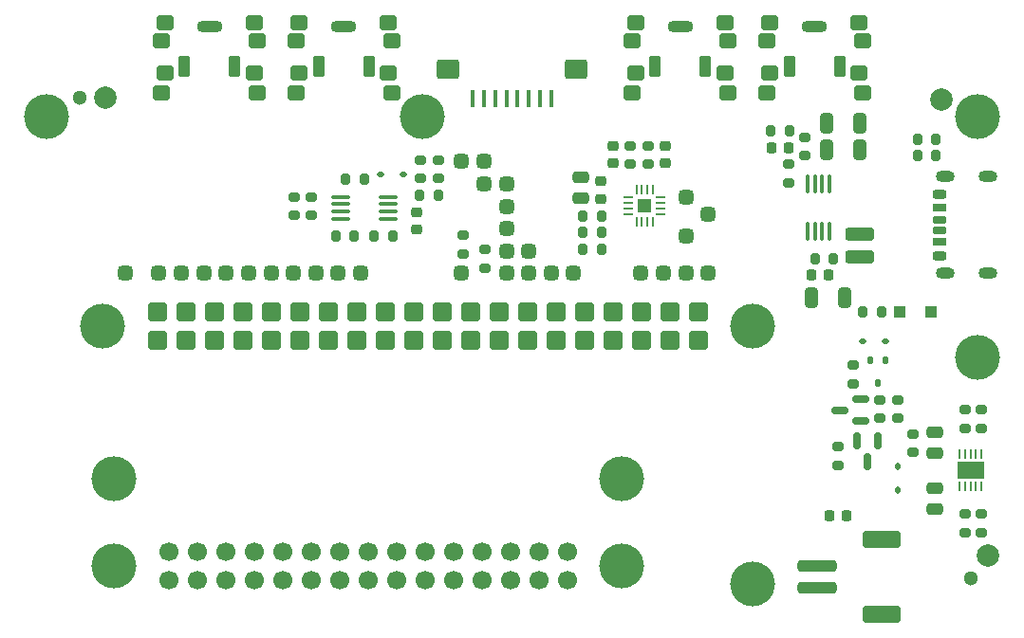
<source format=gbs>
G04 #@! TF.GenerationSoftware,KiCad,Pcbnew,9.0.1-rc2*
G04 #@! TF.CreationDate,2025-04-25T20:52:25-07:00*
G04 #@! TF.ProjectId,mintypcb,6d696e74-7970-4636-922e-6b696361645f,2*
G04 #@! TF.SameCoordinates,Original*
G04 #@! TF.FileFunction,Soldermask,Bot*
G04 #@! TF.FilePolarity,Negative*
%FSLAX46Y46*%
G04 Gerber Fmt 4.6, Leading zero omitted, Abs format (unit mm)*
G04 Created by KiCad (PCBNEW 9.0.1-rc2) date 2025-04-25 20:52:25*
%MOMM*%
%LPD*%
G01*
G04 APERTURE LIST*
G04 Aperture macros list*
%AMRoundRect*
0 Rectangle with rounded corners*
0 $1 Rounding radius*
0 $2 $3 $4 $5 $6 $7 $8 $9 X,Y pos of 4 corners*
0 Add a 4 corners polygon primitive as box body*
4,1,4,$2,$3,$4,$5,$6,$7,$8,$9,$2,$3,0*
0 Add four circle primitives for the rounded corners*
1,1,$1+$1,$2,$3*
1,1,$1+$1,$4,$5*
1,1,$1+$1,$6,$7*
1,1,$1+$1,$8,$9*
0 Add four rect primitives between the rounded corners*
20,1,$1+$1,$2,$3,$4,$5,0*
20,1,$1+$1,$4,$5,$6,$7,0*
20,1,$1+$1,$6,$7,$8,$9,0*
20,1,$1+$1,$8,$9,$2,$3,0*%
G04 Aperture macros list end*
%ADD10RoundRect,0.200000X0.550000X0.450000X-0.550000X0.450000X-0.550000X-0.450000X0.550000X-0.450000X0*%
%ADD11O,2.300000X1.100000*%
%ADD12RoundRect,0.260000X-0.515000X-0.390000X0.515000X-0.390000X0.515000X0.390000X-0.515000X0.390000X0*%
%ADD13RoundRect,0.200000X0.300000X0.750000X-0.300000X0.750000X-0.300000X-0.750000X0.300000X-0.750000X0*%
%ADD14C,4.000000*%
%ADD15C,0.100000*%
%ADD16RoundRect,0.282493X-0.569507X-0.569507X0.569507X-0.569507X0.569507X0.569507X-0.569507X0.569507X0*%
%ADD17C,1.700000*%
%ADD18RoundRect,0.200000X0.200000X0.275000X-0.200000X0.275000X-0.200000X-0.275000X0.200000X-0.275000X0*%
%ADD19RoundRect,0.325000X-0.325000X0.325000X-0.325000X-0.325000X0.325000X-0.325000X0.325000X0.325000X0*%
%ADD20RoundRect,0.325000X0.325000X0.325000X-0.325000X0.325000X-0.325000X-0.325000X0.325000X-0.325000X0*%
%ADD21RoundRect,0.112500X-0.187500X-0.112500X0.187500X-0.112500X0.187500X0.112500X-0.187500X0.112500X0*%
%ADD22RoundRect,0.225000X0.225000X0.250000X-0.225000X0.250000X-0.225000X-0.250000X0.225000X-0.250000X0*%
%ADD23RoundRect,0.100000X0.712500X0.100000X-0.712500X0.100000X-0.712500X-0.100000X0.712500X-0.100000X0*%
%ADD24RoundRect,0.200000X-0.200000X-0.275000X0.200000X-0.275000X0.200000X0.275000X-0.200000X0.275000X0*%
%ADD25RoundRect,0.200000X0.275000X-0.200000X0.275000X0.200000X-0.275000X0.200000X-0.275000X-0.200000X0*%
%ADD26RoundRect,0.250000X0.475000X-0.250000X0.475000X0.250000X-0.475000X0.250000X-0.475000X-0.250000X0*%
%ADD27RoundRect,0.200000X-0.275000X0.200000X-0.275000X-0.200000X0.275000X-0.200000X0.275000X0.200000X0*%
%ADD28RoundRect,0.250000X-0.475000X0.250000X-0.475000X-0.250000X0.475000X-0.250000X0.475000X0.250000X0*%
%ADD29RoundRect,0.225000X-0.250000X0.225000X-0.250000X-0.225000X0.250000X-0.225000X0.250000X0.225000X0*%
%ADD30RoundRect,0.250000X-1.500000X0.250000X-1.500000X-0.250000X1.500000X-0.250000X1.500000X0.250000X0*%
%ADD31RoundRect,0.250001X-1.449999X0.499999X-1.449999X-0.499999X1.449999X-0.499999X1.449999X0.499999X0*%
%ADD32RoundRect,0.250000X0.325000X0.650000X-0.325000X0.650000X-0.325000X-0.650000X0.325000X-0.650000X0*%
%ADD33RoundRect,0.235000X1.040000X-0.352500X1.040000X0.352500X-1.040000X0.352500X-1.040000X-0.352500X0*%
%ADD34C,2.000000*%
%ADD35RoundRect,0.250000X-0.325000X-0.650000X0.325000X-0.650000X0.325000X0.650000X-0.325000X0.650000X0*%
%ADD36RoundRect,0.112500X-0.112500X-0.237500X0.112500X-0.237500X0.112500X0.237500X-0.112500X0.237500X0*%
%ADD37RoundRect,0.100000X0.100000X-0.712500X0.100000X0.712500X-0.100000X0.712500X-0.100000X-0.712500X0*%
%ADD38RoundRect,0.112500X-0.112500X0.187500X-0.112500X-0.187500X0.112500X-0.187500X0.112500X0.187500X0*%
%ADD39RoundRect,0.218750X0.218750X0.256250X-0.218750X0.256250X-0.218750X-0.256250X0.218750X-0.256250X0*%
%ADD40RoundRect,0.062500X-0.062500X0.350000X-0.062500X-0.350000X0.062500X-0.350000X0.062500X0.350000X0*%
%ADD41R,2.350000X1.580000*%
%ADD42RoundRect,0.150000X-0.150000X0.587500X-0.150000X-0.587500X0.150000X-0.587500X0.150000X0.587500X0*%
%ADD43RoundRect,0.100000X-0.100000X-0.650000X0.100000X-0.650000X0.100000X0.650000X-0.100000X0.650000X0*%
%ADD44RoundRect,0.200000X-0.800000X-0.650000X0.800000X-0.650000X0.800000X0.650000X-0.800000X0.650000X0*%
%ADD45C,1.300000*%
%ADD46RoundRect,0.150000X0.587500X0.150000X-0.587500X0.150000X-0.587500X-0.150000X0.587500X-0.150000X0*%
%ADD47RoundRect,0.062500X0.062500X-0.350000X0.062500X0.350000X-0.062500X0.350000X-0.062500X-0.350000X0*%
%ADD48RoundRect,0.062500X0.350000X-0.062500X0.350000X0.062500X-0.350000X0.062500X-0.350000X-0.062500X0*%
%ADD49R,1.230000X1.230000*%
%ADD50RoundRect,0.225000X0.250000X-0.225000X0.250000X0.225000X-0.250000X0.225000X-0.250000X-0.225000X0*%
%ADD51RoundRect,0.250000X-0.300000X-0.300000X0.300000X-0.300000X0.300000X0.300000X-0.300000X0.300000X0*%
%ADD52RoundRect,0.175000X-0.425000X0.175000X-0.425000X-0.175000X0.425000X-0.175000X0.425000X0.175000X0*%
%ADD53RoundRect,0.190000X0.410000X-0.190000X0.410000X0.190000X-0.410000X0.190000X-0.410000X-0.190000X0*%
%ADD54RoundRect,0.200000X0.400000X-0.200000X0.400000X0.200000X-0.400000X0.200000X-0.400000X-0.200000X0*%
%ADD55RoundRect,0.175000X0.425000X-0.175000X0.425000X0.175000X-0.425000X0.175000X-0.425000X-0.175000X0*%
%ADD56RoundRect,0.190000X-0.410000X0.190000X-0.410000X-0.190000X0.410000X-0.190000X0.410000X0.190000X0*%
%ADD57RoundRect,0.200000X-0.400000X0.200000X-0.400000X-0.200000X0.400000X-0.200000X0.400000X0.200000X0*%
%ADD58O,1.700000X1.000000*%
G04 APERTURE END LIST*
D10*
X112800000Y-53250000D03*
X112800000Y-57850000D03*
D11*
X108500000Y-51950000D03*
D10*
X104200000Y-53250000D03*
X104200000Y-57850000D03*
D12*
X112475000Y-51600000D03*
D13*
X106250000Y-55500000D03*
D12*
X104525000Y-51600000D03*
X112475000Y-56100000D03*
D13*
X110750000Y-55500000D03*
D12*
X104525000Y-56100000D03*
D10*
X70800000Y-53250000D03*
X70800000Y-57850000D03*
D11*
X66500000Y-51950000D03*
D10*
X62200000Y-53250000D03*
X62200000Y-57850000D03*
D12*
X70475000Y-51600000D03*
D13*
X64250000Y-55500000D03*
D12*
X62525000Y-51600000D03*
X70475000Y-56100000D03*
D13*
X68750000Y-55500000D03*
D12*
X62525000Y-56100000D03*
D10*
X82800000Y-53250000D03*
X82800000Y-57850000D03*
D11*
X78500000Y-51950000D03*
D10*
X74200000Y-53250000D03*
X74200000Y-57850000D03*
D12*
X82475000Y-51600000D03*
D13*
X76250000Y-55500000D03*
D12*
X74525000Y-51600000D03*
X82475000Y-56100000D03*
D13*
X80750000Y-55500000D03*
D12*
X74525000Y-56100000D03*
D10*
X124800000Y-53250000D03*
X124800000Y-57850000D03*
D11*
X120500000Y-51950000D03*
D10*
X116200000Y-53250000D03*
X116200000Y-57850000D03*
D12*
X124475000Y-51600000D03*
D13*
X118250000Y-55500000D03*
D12*
X116525000Y-51600000D03*
X124475000Y-56100000D03*
D13*
X122750000Y-55500000D03*
D12*
X116525000Y-56100000D03*
D14*
X57990000Y-92330000D03*
X103240000Y-92330000D03*
X52000000Y-60000000D03*
D15*
X111950000Y-101150000D03*
X111950000Y-102050000D03*
X111950000Y-102950000D03*
X111950000Y-103850000D03*
D14*
X85500000Y-60000000D03*
D15*
X119775000Y-85600000D03*
X119775000Y-86500000D03*
X119775000Y-87400000D03*
X119775000Y-88300000D03*
X119775000Y-89200000D03*
D14*
X135000000Y-81500000D03*
X57000000Y-78700000D03*
X115000000Y-78700000D03*
X115000000Y-101700000D03*
D16*
X61870000Y-79970000D03*
X61870000Y-77430000D03*
X64410000Y-79970000D03*
X64410000Y-77430000D03*
X66950000Y-79970000D03*
X66950000Y-77430000D03*
X69490000Y-79970000D03*
X69490000Y-77430000D03*
X72030000Y-79970000D03*
X72030000Y-77430000D03*
X74570000Y-79970000D03*
X74570000Y-77430000D03*
X77110000Y-79970000D03*
X77110000Y-77430000D03*
X79650000Y-79970000D03*
X79650000Y-77430000D03*
X82190000Y-79970000D03*
X82190000Y-77430000D03*
X84730000Y-79970000D03*
X84730000Y-77430000D03*
X87270000Y-79970000D03*
X87270000Y-77430000D03*
X89810000Y-79970000D03*
X89810000Y-77430000D03*
X92350000Y-79970000D03*
X92350000Y-77430000D03*
X94890000Y-79970000D03*
X94890000Y-77430000D03*
X97430000Y-79970000D03*
X97430000Y-77430000D03*
X99970000Y-79970000D03*
X99970000Y-77430000D03*
X102510000Y-79970000D03*
X102510000Y-77430000D03*
X105050000Y-79970000D03*
X105050000Y-77430000D03*
X107590000Y-79970000D03*
X107590000Y-77430000D03*
X110130000Y-79970000D03*
X110130000Y-77430000D03*
D14*
X135000000Y-60000000D03*
X58000000Y-100100000D03*
X103250000Y-100100000D03*
D17*
X62870000Y-101370000D03*
X62870000Y-98830000D03*
X65410000Y-101370000D03*
X65410000Y-98830000D03*
X67950000Y-101370000D03*
X67950000Y-98830000D03*
X70490000Y-101370001D03*
X70490000Y-98829999D03*
X73030000Y-101370000D03*
X73030000Y-98830000D03*
X75570000Y-101370000D03*
X75570000Y-98830000D03*
X78110000Y-101370000D03*
X78110000Y-98830000D03*
X80650000Y-101370001D03*
X80650000Y-98829999D03*
X83190000Y-101370000D03*
X83190000Y-98830000D03*
X85730000Y-101370000D03*
X85730000Y-98830000D03*
X88270000Y-101370000D03*
X88270000Y-98830000D03*
X90810000Y-101370000D03*
X90810000Y-98830000D03*
X93350000Y-101370001D03*
X93350000Y-98829999D03*
X95890000Y-101370000D03*
X95890000Y-98830000D03*
X98430000Y-101370000D03*
X98430000Y-98830000D03*
D18*
X79425000Y-70650001D03*
X77775000Y-70650001D03*
D19*
X109012500Y-67200000D03*
D20*
X68000000Y-74000000D03*
D21*
X81750000Y-65150000D03*
X83850000Y-65150000D03*
D22*
X118200000Y-62800000D03*
X116650000Y-62800000D03*
D23*
X82443750Y-67150001D03*
X82443750Y-67800001D03*
X82443750Y-68450001D03*
X82443750Y-69100001D03*
X78218750Y-69100001D03*
X78218750Y-68450001D03*
X78218750Y-67800001D03*
X78218750Y-67150001D03*
D24*
X99825000Y-70350001D03*
X101475000Y-70350001D03*
D25*
X104012500Y-64225000D03*
X104012500Y-62575000D03*
X135400000Y-97137500D03*
X135400000Y-95487500D03*
X129310000Y-89975000D03*
X129310000Y-88325000D03*
D26*
X131190000Y-95062499D03*
X131190000Y-93162501D03*
D27*
X118150000Y-64225000D03*
X118150000Y-65875000D03*
D28*
X131190000Y-88162500D03*
X131190000Y-90062498D03*
D20*
X89000000Y-64000000D03*
D29*
X107162500Y-62625000D03*
X107162500Y-64175000D03*
D20*
X111000000Y-74000000D03*
D18*
X101475000Y-71850000D03*
X99825000Y-71850000D03*
D24*
X129675000Y-63500000D03*
X131325000Y-63500000D03*
D20*
X78000000Y-74000000D03*
D19*
X109012500Y-70700000D03*
D20*
X70000000Y-74000000D03*
X59000000Y-74000000D03*
D22*
X121775000Y-74150000D03*
X120225000Y-74150000D03*
D20*
X62000000Y-74000000D03*
D25*
X74081250Y-68825001D03*
X74081250Y-67175001D03*
D30*
X120750000Y-100100000D03*
X120750000Y-102100000D03*
D31*
X126500000Y-97750000D03*
X126500000Y-104450000D03*
D20*
X64000000Y-74000000D03*
D25*
X119650001Y-63475001D03*
X119650001Y-61825001D03*
D26*
X99650000Y-67299999D03*
X99650000Y-65400001D03*
D19*
X111012500Y-68700000D03*
D24*
X99825001Y-68850000D03*
X101475001Y-68850000D03*
D20*
X76000000Y-74000000D03*
D25*
X133900000Y-87837500D03*
X133900000Y-86187500D03*
D21*
X124750000Y-80050000D03*
X126850000Y-80050000D03*
D20*
X80000000Y-74000000D03*
D27*
X91050000Y-71875000D03*
X91050000Y-73525000D03*
D32*
X123175001Y-76200000D03*
X120224999Y-76200000D03*
D20*
X109000000Y-74000000D03*
X93000000Y-74000000D03*
X91000000Y-66000000D03*
X72000000Y-74000000D03*
D25*
X135400000Y-87837500D03*
X135400000Y-86187500D03*
D18*
X86925000Y-67000000D03*
X85275000Y-67000000D03*
D27*
X126350000Y-85275000D03*
X126350000Y-86925000D03*
D18*
X122175000Y-72650000D03*
X120525000Y-72650000D03*
D33*
X124500000Y-72537500D03*
X124500000Y-70462500D03*
D20*
X95000000Y-72000000D03*
D34*
X57200000Y-58300000D03*
D35*
X121575000Y-60600000D03*
X124525002Y-60600000D03*
D24*
X124825000Y-77450000D03*
X126475000Y-77450000D03*
D20*
X99000000Y-74000000D03*
X91000000Y-64000000D03*
D25*
X133900000Y-97137500D03*
X133900000Y-95487500D03*
X85300000Y-65525000D03*
X85300000Y-63875000D03*
D36*
X125500000Y-81750000D03*
X126800000Y-81750000D03*
X126150000Y-83750000D03*
D20*
X93000000Y-70000000D03*
D37*
X121825000Y-70262500D03*
X121175000Y-70262500D03*
X120525000Y-70262500D03*
X119875000Y-70262500D03*
X119875000Y-66037500D03*
X120525000Y-66037500D03*
X121175000Y-66037500D03*
X121825000Y-66037500D03*
D27*
X86900000Y-63875000D03*
X86900000Y-65525000D03*
D24*
X129675000Y-62000000D03*
X131325000Y-62000000D03*
D38*
X127900000Y-91250000D03*
X127900000Y-93350000D03*
D20*
X105000000Y-74000000D03*
D39*
X123375000Y-95600000D03*
X121800000Y-95600000D03*
D20*
X66000000Y-74000000D03*
D18*
X118250001Y-61300000D03*
X116600001Y-61300000D03*
D29*
X102512500Y-62625000D03*
X102512500Y-64175000D03*
D20*
X97000000Y-74000000D03*
D40*
X133400000Y-90125000D03*
X133900001Y-90125000D03*
X134400000Y-90125000D03*
X134899999Y-90125000D03*
X135400000Y-90125000D03*
X135400000Y-93000000D03*
X134899999Y-93000000D03*
X134400000Y-93000000D03*
X133900001Y-93000000D03*
X133400000Y-93000000D03*
D41*
X134400000Y-91562500D03*
D42*
X124250000Y-88912500D03*
X126150000Y-88912500D03*
X125200000Y-90787501D03*
D20*
X93000000Y-68000000D03*
X93000000Y-72000000D03*
D43*
X90000000Y-58350000D03*
X91000000Y-58350000D03*
X92000000Y-58350000D03*
X93000000Y-58350000D03*
X94000000Y-58350000D03*
X95000000Y-58350000D03*
X96000000Y-58350000D03*
X97000000Y-58350000D03*
D44*
X87800000Y-55750000D03*
X99200000Y-55750000D03*
D45*
X54900000Y-58300000D03*
D24*
X81225000Y-70650000D03*
X82875000Y-70650000D03*
D20*
X107000000Y-74000000D03*
X93000000Y-66000000D03*
D25*
X75581250Y-68825001D03*
X75581250Y-67175001D03*
D46*
X124637500Y-85250000D03*
X124637500Y-87150000D03*
X122762499Y-86200000D03*
D45*
X134400000Y-101200000D03*
D25*
X127900000Y-86925000D03*
X127900000Y-85275000D03*
D47*
X106100000Y-69387499D03*
X105600000Y-69387499D03*
X105100000Y-69387499D03*
X104600000Y-69387499D03*
D48*
X103912500Y-68699999D03*
X103912500Y-68199999D03*
X103912500Y-67699999D03*
X103912500Y-67199999D03*
D47*
X104600000Y-66512499D03*
X105100000Y-66512499D03*
X105600000Y-66512499D03*
X106100000Y-66512499D03*
D48*
X106787500Y-67199999D03*
X106787500Y-67699999D03*
X106787500Y-68199999D03*
X106787500Y-68699999D03*
D49*
X105350000Y-67949999D03*
D27*
X123925000Y-82175000D03*
X123925000Y-83825000D03*
X89150000Y-70575000D03*
X89150000Y-72225000D03*
D20*
X89000000Y-74000000D03*
D29*
X85000000Y-68525000D03*
X85000000Y-70075000D03*
D20*
X74000000Y-74000000D03*
D50*
X101450000Y-67324999D03*
X101450000Y-65774999D03*
D25*
X122550000Y-91125000D03*
X122550000Y-89475000D03*
D20*
X95000000Y-74000000D03*
D35*
X121574999Y-62950001D03*
X124525001Y-62950001D03*
D25*
X105662500Y-64225000D03*
X105662500Y-62575000D03*
D34*
X136000000Y-99200000D03*
X131800000Y-58500000D03*
D51*
X128100000Y-77450000D03*
X130900000Y-77450000D03*
D18*
X80325000Y-65600000D03*
X78675000Y-65600000D03*
D52*
X131625001Y-69180000D03*
D53*
X131625000Y-71200000D03*
D54*
X131625000Y-72430000D03*
D55*
X131625001Y-70180000D03*
D56*
X131625000Y-68160000D03*
D57*
X131625000Y-66930000D03*
D58*
X135925000Y-65360000D03*
X132125000Y-65360000D03*
X135925000Y-74000000D03*
X132125000Y-74000000D03*
M02*

</source>
